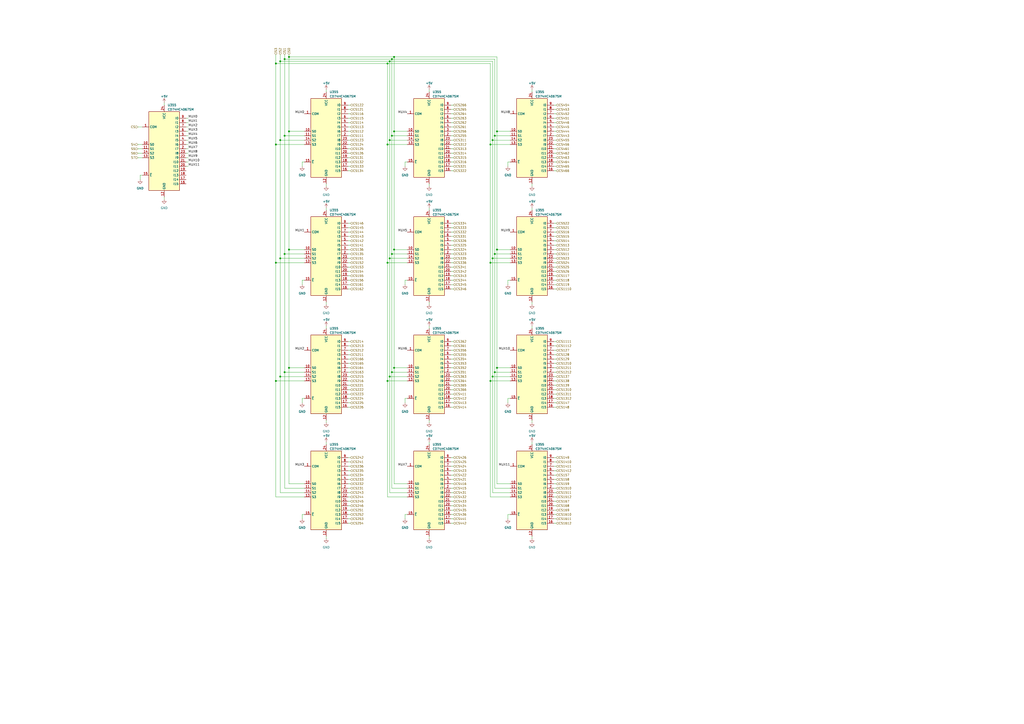
<source format=kicad_sch>
(kicad_sch (version 20221004) (generator eeschema)
  (paper "A2")
  (lib_symbols
    (symbol "74xx:CD74HC4067SM"
      (property "Reference" "U" (at -8.89 22.86 0))
      (property "Value" "CD74HC4067SM" (at 1.27 22.86 0))
      (symbol "CD74HC4067SM_0_1"
        (rectangle (start -8.89 21.59) (end 8.89 -24.13) (stroke (width 0.254)) (fill (type background)))
      )
      (symbol "CD74HC4067SM_1_1"
        (pin passive line (at -12.7 12.7 0) (length 3.81) (name "COM") (number "1"))
        (pin input line (at -12.7 2.54 0) (length 3.81) (name "S0") (number "10"))
        (pin input line (at -12.7 0 0) (length 3.81) (name "S1") (number "11"))
        (pin power_in line (at 0 -27.94 90) (length 3.81) (name "GND") (number "12"))
        (pin input line (at -12.7 -5.08 0) (length 3.81) (name "S3") (number "13"))
        (pin input line (at -12.7 -2.54 0) (length 3.81) (name "S2") (number "14"))
        (pin input line (at -12.7 -15.24 0) (length 3.81) (name "~{E}") (number "15"))
        (pin passive line (at 12.7 -20.32 180) (length 3.81) (name "I15") (number "16"))
        (pin passive line (at 12.7 -17.78 180) (length 3.81) (name "I14") (number "17"))
        (pin passive line (at 12.7 -15.24 180) (length 3.81) (name "I13") (number "18"))
        (pin passive line (at 12.7 -12.7 180) (length 3.81) (name "I12") (number "19"))
        (pin passive line (at 12.7 0 180) (length 3.81) (name "I7") (number "2"))
        (pin passive line (at 12.7 -10.16 180) (length 3.81) (name "I11") (number "20"))
        (pin passive line (at 12.7 -7.62 180) (length 3.81) (name "I10") (number "21"))
        (pin passive line (at 12.7 -5.08 180) (length 3.81) (name "I9") (number "22"))
        (pin passive line (at 12.7 -2.54 180) (length 3.81) (name "I8") (number "23"))
        (pin power_in line (at 0 25.4 270) (length 3.81) (name "VCC") (number "24"))
        (pin passive line (at 12.7 2.54 180) (length 3.81) (name "I6") (number "3"))
        (pin passive line (at 12.7 5.08 180) (length 3.81) (name "I5") (number "4"))
        (pin passive line (at 12.7 7.62 180) (length 3.81) (name "I4") (number "5"))
        (pin passive line (at 12.7 10.16 180) (length 3.81) (name "I3") (number "6"))
        (pin passive line (at 12.7 12.7 180) (length 3.81) (name "I2") (number "7"))
        (pin passive line (at 12.7 15.24 180) (length 3.81) (name "I1") (number "8"))
        (pin passive line (at 12.7 17.78 180) (length 3.81) (name "I0") (number "9"))
      )
    )
    (symbol "power:+5V" (power) (pin_names (offset 0))
      (property "Value" "+5V" (at 0 3.556 0))
      (symbol "+5V_0_1"
        (polyline (pts (xy -0.762 1.27) (xy 0 2.54)))
        (polyline (pts (xy 0 0) (xy 0 2.54)))
        (polyline (pts (xy 0 2.54) (xy 0.762 1.27)))
      )
      (symbol "+5V_1_1"
        (pin power_in line (at 0 0 90) (length 0) hide (name "+5V") (number "1"))
      )
    )
    (symbol "power:GND" (power) (pin_names (offset 0))
      (property "Value" "GND" (at 0 -3.81 0))
      (symbol "GND_0_1"
        (polyline (pts (xy 0 0) (xy 0 -1.27) (xy 1.27 -1.27) (xy 0 -2.54) (xy -1.27 -1.27) (xy 0 -1.27)))
      )
      (symbol "GND_1_1"
        (pin power_in line (at 0 0 270) (length 0) hide (name "GND") (number "1"))
      )
    )
  )
  (junction (at 224.79 220.98))
  (junction (at 226.06 218.44))
  (junction (at 284.48 152.4))
  (junction (at 228.6 144.78))
  (junction (at 226.06 149.86))
  (junction (at 165.1 34.29))
  (junction (at 287.02 78.74))
  (junction (at 226.06 81.28))
  (junction (at 226.06 35.56))
  (junction (at 167.64 213.36))
  (junction (at 160.02 83.82))
  (junction (at 287.02 215.9))
  (junction (at 165.1 147.32))
  (junction (at 165.1 78.74))
  (junction (at 162.56 149.86))
  (junction (at 227.33 78.74))
  (junction (at 227.33 34.29))
  (junction (at 228.6 213.36))
  (junction (at 227.33 147.32))
  (junction (at 288.29 213.36))
  (junction (at 160.02 220.98))
  (junction (at 160.02 152.4))
  (junction (at 284.48 83.82))
  (junction (at 167.64 76.2))
  (junction (at 228.6 33.02))
  (junction (at 224.79 36.83))
  (junction (at 227.33 215.9))
  (junction (at 285.75 149.86))
  (junction (at 165.1 215.9))
  (junction (at 162.56 35.56))
  (junction (at 224.79 152.4))
  (junction (at 284.48 220.98))
  (junction (at 160.02 36.83))
  (junction (at 162.56 81.28))
  (junction (at 288.29 144.78))
  (junction (at 285.75 81.28))
  (junction (at 285.75 218.44))
  (junction (at 224.79 83.82))
  (junction (at 167.64 144.78))
  (junction (at 228.6 76.2))
  (junction (at 162.56 218.44))
  (junction (at 288.29 76.2))
  (junction (at 167.64 33.02))
  (junction (at 287.02 147.32))
  (wire (pts (xy 262.89 267.97) (xy 261.62 267.97)))
  (wire (pts (xy 203.2 76.2) (xy 201.93 76.2)))
  (wire (pts (xy 308.61 52.07) (xy 308.61 53.34)))
  (wire (pts (xy 227.33 215.9) (xy 236.22 215.9)))
  (wire (pts (xy 226.06 35.56) (xy 226.06 81.28)))
  (wire (pts (xy 189.23 175.26) (xy 189.23 176.53)))
  (wire (pts (xy 288.29 76.2) (xy 295.91 76.2)))
  (wire (pts (xy 95.25 114.3) (xy 95.25 115.57)))
  (wire (pts (xy 203.2 63.5) (xy 201.93 63.5)))
  (wire (pts (xy 262.89 137.16) (xy 261.62 137.16)))
  (wire (pts (xy 203.2 60.96) (xy 201.93 60.96)))
  (wire (pts (xy 203.2 137.16) (xy 201.93 137.16)))
  (wire (pts (xy 262.89 134.62) (xy 261.62 134.62)))
  (wire (pts (xy 284.48 83.82) (xy 295.91 83.82)))
  (wire (pts (xy 160.02 152.4) (xy 160.02 220.98)))
  (wire (pts (xy 203.2 132.08) (xy 201.93 132.08)))
  (wire (pts (xy 248.92 243.84) (xy 248.92 245.11)))
  (wire (pts (xy 203.2 96.52) (xy 201.93 96.52)))
  (wire (pts (xy 288.29 33.02) (xy 288.29 76.2)))
  (wire (pts (xy 248.92 311.15) (xy 248.92 312.42)))
  (wire (pts (xy 203.2 293.37) (xy 201.93 293.37)))
  (wire (pts (xy 203.2 200.66) (xy 201.93 200.66)))
  (wire (pts (xy 262.89 233.68) (xy 261.62 233.68)))
  (wire (pts (xy 109.22 71.12) (xy 107.95 71.12)))
  (wire (pts (xy 226.06 285.75) (xy 236.22 285.75)))
  (wire (pts (xy 175.26 162.56) (xy 175.26 165.1)))
  (wire (pts (xy 262.89 167.64) (xy 261.62 167.64)))
  (wire (pts (xy 322.58 137.16) (xy 321.31 137.16)))
  (wire (pts (xy 203.2 290.83) (xy 201.93 290.83)))
  (wire (pts (xy 203.2 73.66) (xy 201.93 73.66)))
  (wire (pts (xy 322.58 63.5) (xy 321.31 63.5)))
  (wire (pts (xy 295.91 162.56) (xy 294.64 162.56)))
  (wire (pts (xy 321.31 275.59) (xy 322.58 275.59)))
  (wire (pts (xy 234.95 231.14) (xy 234.95 233.68)))
  (wire (pts (xy 189.23 106.68) (xy 189.23 107.95)))
  (wire (pts (xy 294.64 231.14) (xy 294.64 233.68)))
  (wire (pts (xy 322.58 231.14) (xy 321.31 231.14)))
  (wire (pts (xy 262.89 162.56) (xy 261.62 162.56)))
  (wire (pts (xy 248.92 52.07) (xy 248.92 53.34)))
  (wire (pts (xy 228.6 76.2) (xy 228.6 144.78)))
  (wire (pts (xy 227.33 34.29) (xy 227.33 78.74)))
  (wire (pts (xy 308.61 243.84) (xy 308.61 245.11)))
  (wire (pts (xy 262.89 160.02) (xy 261.62 160.02)))
  (wire (pts (xy 287.02 147.32) (xy 295.91 147.32)))
  (wire (pts (xy 203.2 283.21) (xy 201.93 283.21)))
  (wire (pts (xy 262.89 300.99) (xy 261.62 300.99)))
  (wire (pts (xy 322.58 149.86) (xy 321.31 149.86)))
  (wire (pts (xy 262.89 165.1) (xy 261.62 165.1)))
  (wire (pts (xy 284.48 220.98) (xy 284.48 288.29)))
  (wire (pts (xy 262.89 200.66) (xy 261.62 200.66)))
  (wire (pts (xy 322.58 73.66) (xy 321.31 73.66)))
  (wire (pts (xy 80.01 83.82) (xy 82.55 83.82)))
  (wire (pts (xy 322.58 152.4) (xy 321.31 152.4)))
  (wire (pts (xy 189.23 256.54) (xy 189.23 257.81)))
  (wire (pts (xy 308.61 120.65) (xy 308.61 121.92)))
  (wire (pts (xy 165.1 34.29) (xy 165.1 78.74)))
  (wire (pts (xy 262.89 303.53) (xy 261.62 303.53)))
  (wire (pts (xy 203.2 236.22) (xy 201.93 236.22)))
  (wire (pts (xy 203.2 228.6) (xy 201.93 228.6)))
  (wire (pts (xy 284.48 152.4) (xy 295.91 152.4)))
  (wire (pts (xy 262.89 278.13) (xy 261.62 278.13)))
  (wire (pts (xy 322.58 162.56) (xy 321.31 162.56)))
  (wire (pts (xy 162.56 81.28) (xy 162.56 149.86)))
  (wire (pts (xy 322.58 139.7) (xy 321.31 139.7)))
  (wire (pts (xy 203.2 218.44) (xy 201.93 218.44)))
  (wire (pts (xy 262.89 144.78) (xy 261.62 144.78)))
  (wire (pts (xy 109.22 96.52) (xy 107.95 96.52)))
  (wire (pts (xy 162.56 218.44) (xy 162.56 285.75)))
  (wire (pts (xy 322.58 132.08) (xy 321.31 132.08)))
  (wire (pts (xy 262.89 215.9) (xy 261.62 215.9)))
  (wire (pts (xy 322.58 99.06) (xy 321.31 99.06)))
  (wire (pts (xy 228.6 33.02) (xy 228.6 76.2)))
  (wire (pts (xy 262.89 149.86) (xy 261.62 149.86)))
  (wire (pts (xy 226.06 149.86) (xy 226.06 218.44)))
  (wire (pts (xy 322.58 270.51) (xy 321.31 270.51)))
  (wire (pts (xy 160.02 83.82) (xy 176.53 83.82)))
  (wire (pts (xy 203.2 157.48) (xy 201.93 157.48)))
  (wire (pts (xy 322.58 228.6) (xy 321.31 228.6)))
  (wire (pts (xy 321.31 293.37) (xy 322.58 293.37)))
  (wire (pts (xy 262.89 231.14) (xy 261.62 231.14)))
  (wire (pts (xy 226.06 81.28) (xy 226.06 149.86)))
  (wire (pts (xy 285.75 149.86) (xy 295.91 149.86)))
  (wire (pts (xy 203.2 162.56) (xy 201.93 162.56)))
  (wire (pts (xy 227.33 215.9) (xy 227.33 283.21)))
  (wire (pts (xy 224.79 152.4) (xy 224.79 220.98)))
  (wire (pts (xy 165.1 215.9) (xy 176.53 215.9)))
  (wire (pts (xy 285.75 218.44) (xy 295.91 218.44)))
  (wire (pts (xy 226.06 149.86) (xy 236.22 149.86)))
  (wire (pts (xy 248.92 256.54) (xy 248.92 257.81)))
  (wire (pts (xy 262.89 86.36) (xy 261.62 86.36)))
  (wire (pts (xy 81.28 101.6) (xy 81.28 104.14)))
  (wire (pts (xy 248.92 189.23) (xy 248.92 190.5)))
  (wire (pts (xy 167.64 213.36) (xy 176.53 213.36)))
  (wire (pts (xy 162.56 218.44) (xy 176.53 218.44)))
  (wire (pts (xy 322.58 129.54) (xy 321.31 129.54)))
  (wire (pts (xy 167.64 213.36) (xy 167.64 280.67)))
  (wire (pts (xy 322.58 233.68) (xy 321.31 233.68)))
  (wire (pts (xy 224.79 83.82) (xy 224.79 152.4)))
  (wire (pts (xy 203.2 86.36) (xy 201.93 86.36)))
  (wire (pts (xy 285.75 35.56) (xy 285.75 81.28)))
  (wire (pts (xy 160.02 83.82) (xy 160.02 152.4)))
  (wire (pts (xy 262.89 76.2) (xy 261.62 76.2)))
  (wire (pts (xy 203.2 213.36) (xy 201.93 213.36)))
  (wire (pts (xy 203.2 78.74) (xy 201.93 78.74)))
  (wire (pts (xy 284.48 288.29) (xy 295.91 288.29)))
  (wire (pts (xy 167.64 144.78) (xy 176.53 144.78)))
  (wire (pts (xy 285.75 81.28) (xy 285.75 149.86)))
  (wire (pts (xy 262.89 203.2) (xy 261.62 203.2)))
  (wire (pts (xy 262.89 88.9) (xy 261.62 88.9)))
  (wire (pts (xy 203.2 71.12) (xy 201.93 71.12)))
  (wire (pts (xy 262.89 71.12) (xy 261.62 71.12)))
  (wire (pts (xy 262.89 265.43) (xy 261.62 265.43)))
  (wire (pts (xy 203.2 134.62) (xy 201.93 134.62)))
  (wire (pts (xy 203.2 203.2) (xy 201.93 203.2)))
  (wire (pts (xy 284.48 83.82) (xy 284.48 152.4)))
  (wire (pts (xy 322.58 142.24) (xy 321.31 142.24)))
  (wire (pts (xy 228.6 76.2) (xy 236.22 76.2)))
  (wire (pts (xy 162.56 149.86) (xy 162.56 218.44)))
  (wire (pts (xy 262.89 129.54) (xy 261.62 129.54)))
  (wire (pts (xy 109.22 68.58) (xy 107.95 68.58)))
  (wire (pts (xy 288.29 144.78) (xy 288.29 213.36)))
  (wire (pts (xy 262.89 270.51) (xy 261.62 270.51)))
  (wire (pts (xy 262.89 288.29) (xy 261.62 288.29)))
  (wire (pts (xy 203.2 275.59) (xy 201.93 275.59)))
  (wire (pts (xy 234.95 162.56) (xy 234.95 165.1)))
  (wire (pts (xy 203.2 233.68) (xy 201.93 233.68)))
  (wire (pts (xy 203.2 278.13) (xy 201.93 278.13)))
  (wire (pts (xy 109.22 86.36) (xy 107.95 86.36)))
  (wire (pts (xy 236.22 162.56) (xy 234.95 162.56)))
  (wire (pts (xy 288.29 213.36) (xy 295.91 213.36)))
  (wire (pts (xy 262.89 283.21) (xy 261.62 283.21)))
  (wire (pts (xy 262.89 210.82) (xy 261.62 210.82)))
  (wire (pts (xy 176.53 162.56) (xy 175.26 162.56)))
  (wire (pts (xy 228.6 144.78) (xy 228.6 213.36)))
  (wire (pts (xy 248.92 120.65) (xy 248.92 121.92)))
  (wire (pts (xy 109.22 73.66) (xy 107.95 73.66)))
  (wire (pts (xy 322.58 86.36) (xy 321.31 86.36)))
  (wire (pts (xy 321.31 298.45) (xy 322.58 298.45)))
  (wire (pts (xy 109.22 76.2) (xy 107.95 76.2)))
  (wire (pts (xy 262.89 68.58) (xy 261.62 68.58)))
  (wire (pts (xy 203.2 220.98) (xy 201.93 220.98)))
  (wire (pts (xy 203.2 303.53) (xy 201.93 303.53)))
  (wire (pts (xy 322.58 83.82) (xy 321.31 83.82)))
  (wire (pts (xy 295.91 298.45) (xy 294.64 298.45)))
  (wire (pts (xy 321.31 303.53) (xy 322.58 303.53)))
  (wire (pts (xy 203.2 160.02) (xy 201.93 160.02)))
  (wire (pts (xy 167.64 33.02) (xy 167.64 76.2)))
  (wire (pts (xy 262.89 152.4) (xy 261.62 152.4)))
  (wire (pts (xy 224.79 152.4) (xy 236.22 152.4)))
  (wire (pts (xy 203.2 68.58) (xy 201.93 68.58)))
  (wire (pts (xy 203.2 88.9) (xy 201.93 88.9)))
  (wire (pts (xy 227.33 283.21) (xy 236.22 283.21)))
  (wire (pts (xy 322.58 81.28) (xy 321.31 81.28)))
  (wire (pts (xy 160.02 36.83) (xy 160.02 83.82)))
  (wire (pts (xy 262.89 132.08) (xy 261.62 132.08)))
  (wire (pts (xy 80.01 73.66) (xy 82.55 73.66)))
  (wire (pts (xy 262.89 66.04) (xy 261.62 66.04)))
  (wire (pts (xy 262.89 139.7) (xy 261.62 139.7)))
  (wire (pts (xy 322.58 267.97) (xy 321.31 267.97)))
  (wire (pts (xy 162.56 35.56) (xy 162.56 81.28)))
  (wire (pts (xy 322.58 273.05) (xy 321.31 273.05)))
  (wire (pts (xy 294.64 162.56) (xy 294.64 165.1)))
  (wire (pts (xy 109.22 81.28) (xy 107.95 81.28)))
  (wire (pts (xy 224.79 36.83) (xy 224.79 83.82)))
  (wire (pts (xy 284.48 220.98) (xy 295.91 220.98)))
  (wire (pts (xy 322.58 218.44) (xy 321.31 218.44)))
  (wire (pts (xy 203.2 223.52) (xy 201.93 223.52)))
  (wire (pts (xy 322.58 60.96) (xy 321.31 60.96)))
  (wire (pts (xy 262.89 78.74) (xy 261.62 78.74)))
  (wire (pts (xy 262.89 93.98) (xy 261.62 93.98)))
  (wire (pts (xy 321.31 285.75) (xy 322.58 285.75)))
  (wire (pts (xy 262.89 223.52) (xy 261.62 223.52)))
  (wire (pts (xy 294.64 93.98) (xy 294.64 96.52)))
  (wire (pts (xy 203.2 139.7) (xy 201.93 139.7)))
  (wire (pts (xy 203.2 142.24) (xy 201.93 142.24)))
  (wire (pts (xy 262.89 205.74) (xy 261.62 205.74)))
  (wire (pts (xy 227.33 34.29) (xy 287.02 34.29)))
  (wire (pts (xy 262.89 91.44) (xy 261.62 91.44)))
  (wire (pts (xy 162.56 81.28) (xy 176.53 81.28)))
  (wire (pts (xy 262.89 83.82) (xy 261.62 83.82)))
  (wire (pts (xy 165.1 147.32) (xy 165.1 215.9)))
  (wire (pts (xy 322.58 160.02) (xy 321.31 160.02)))
  (wire (pts (xy 322.58 223.52) (xy 321.31 223.52)))
  (wire (pts (xy 165.1 215.9) (xy 165.1 283.21)))
  (wire (pts (xy 322.58 208.28) (xy 321.31 208.28)))
  (wire (pts (xy 228.6 213.36) (xy 236.22 213.36)))
  (wire (pts (xy 322.58 154.94) (xy 321.31 154.94)))
  (wire (pts (xy 262.89 81.28) (xy 261.62 81.28)))
  (wire (pts (xy 203.2 210.82) (xy 201.93 210.82)))
  (wire (pts (xy 322.58 198.12) (xy 321.31 198.12)))
  (wire (pts (xy 262.89 73.66) (xy 261.62 73.66)))
  (wire (pts (xy 203.2 198.12) (xy 201.93 198.12)))
  (wire (pts (xy 308.61 256.54) (xy 308.61 257.81)))
  (wire (pts (xy 322.58 200.66) (xy 321.31 200.66)))
  (wire (pts (xy 262.89 60.96) (xy 261.62 60.96)))
  (wire (pts (xy 203.2 273.05) (xy 201.93 273.05)))
  (wire (pts (xy 295.91 231.14) (xy 294.64 231.14)))
  (wire (pts (xy 80.01 86.36) (xy 82.55 86.36)))
  (wire (pts (xy 203.2 144.78) (xy 201.93 144.78)))
  (wire (pts (xy 227.33 147.32) (xy 236.22 147.32)))
  (wire (pts (xy 226.06 218.44) (xy 236.22 218.44)))
  (wire (pts (xy 203.2 167.64) (xy 201.93 167.64)))
  (wire (pts (xy 262.89 63.5) (xy 261.62 63.5)))
  (wire (pts (xy 165.1 31.75) (xy 165.1 34.29)))
  (wire (pts (xy 203.2 99.06) (xy 201.93 99.06)))
  (wire (pts (xy 321.31 283.21) (xy 322.58 283.21)))
  (wire (pts (xy 248.92 106.68) (xy 248.92 107.95)))
  (wire (pts (xy 262.89 295.91) (xy 261.62 295.91)))
  (wire (pts (xy 167.64 31.75) (xy 167.64 33.02)))
  (wire (pts (xy 167.64 76.2) (xy 176.53 76.2)))
  (wire (pts (xy 203.2 91.44) (xy 201.93 91.44)))
  (wire (pts (xy 322.58 265.43) (xy 321.31 265.43)))
  (wire (pts (xy 288.29 144.78) (xy 295.91 144.78)))
  (wire (pts (xy 322.58 210.82) (xy 321.31 210.82)))
  (wire (pts (xy 167.64 280.67) (xy 176.53 280.67)))
  (wire (pts (xy 262.89 208.28) (xy 261.62 208.28)))
  (wire (pts (xy 203.2 149.86) (xy 201.93 149.86)))
  (wire (pts (xy 248.92 175.26) (xy 248.92 176.53)))
  (wire (pts (xy 203.2 66.04) (xy 201.93 66.04)))
  (wire (pts (xy 308.61 175.26) (xy 308.61 176.53)))
  (wire (pts (xy 287.02 78.74) (xy 287.02 147.32)))
  (wire (pts (xy 203.2 231.14) (xy 201.93 231.14)))
  (wire (pts (xy 203.2 93.98) (xy 201.93 93.98)))
  (wire (pts (xy 262.89 293.37) (xy 261.62 293.37)))
  (wire (pts (xy 262.89 99.06) (xy 261.62 99.06)))
  (wire (pts (xy 262.89 226.06) (xy 261.62 226.06)))
  (wire (pts (xy 165.1 78.74) (xy 165.1 147.32)))
  (wire (pts (xy 95.25 59.69) (xy 95.25 60.96)))
  (wire (pts (xy 321.31 290.83) (xy 322.58 290.83)))
  (wire (pts (xy 203.2 298.45) (xy 201.93 298.45)))
  (wire (pts (xy 203.2 215.9) (xy 201.93 215.9)))
  (wire (pts (xy 227.33 78.74) (xy 236.22 78.74)))
  (wire (pts (xy 228.6 280.67) (xy 236.22 280.67)))
  (wire (pts (xy 162.56 35.56) (xy 226.06 35.56)))
  (wire (pts (xy 262.89 96.52) (xy 261.62 96.52)))
  (wire (pts (xy 262.89 285.75) (xy 261.62 285.75)))
  (wire (pts (xy 203.2 154.94) (xy 201.93 154.94)))
  (wire (pts (xy 160.02 36.83) (xy 224.79 36.83)))
  (wire (pts (xy 189.23 189.23) (xy 189.23 190.5)))
  (wire (pts (xy 228.6 213.36) (xy 228.6 280.67)))
  (wire (pts (xy 236.22 93.98) (xy 234.95 93.98)))
  (wire (pts (xy 285.75 285.75) (xy 295.91 285.75)))
  (wire (pts (xy 285.75 218.44) (xy 285.75 285.75)))
  (wire (pts (xy 322.58 68.58) (xy 321.31 68.58)))
  (wire (pts (xy 322.58 157.48) (xy 321.31 157.48)))
  (wire (pts (xy 308.61 189.23) (xy 308.61 190.5)))
  (wire (pts (xy 189.23 311.15) (xy 189.23 312.42)))
  (wire (pts (xy 295.91 93.98) (xy 294.64 93.98)))
  (wire (pts (xy 322.58 78.74) (xy 321.31 78.74)))
  (wire (pts (xy 224.79 220.98) (xy 236.22 220.98)))
  (wire (pts (xy 203.2 129.54) (xy 201.93 129.54)))
  (wire (pts (xy 165.1 34.29) (xy 227.33 34.29)))
  (wire (pts (xy 176.53 298.45) (xy 175.26 298.45)))
  (wire (pts (xy 287.02 147.32) (xy 287.02 215.9)))
  (wire (pts (xy 262.89 154.94) (xy 261.62 154.94)))
  (wire (pts (xy 287.02 283.21) (xy 295.91 283.21)))
  (wire (pts (xy 162.56 149.86) (xy 176.53 149.86)))
  (wire (pts (xy 322.58 76.2) (xy 321.31 76.2)))
  (wire (pts (xy 294.64 298.45) (xy 294.64 300.99)))
  (wire (pts (xy 322.58 236.22) (xy 321.31 236.22)))
  (wire (pts (xy 228.6 144.78) (xy 236.22 144.78)))
  (wire (pts (xy 288.29 213.36) (xy 288.29 280.67)))
  (wire (pts (xy 176.53 93.98) (xy 175.26 93.98)))
  (wire (pts (xy 322.58 167.64) (xy 321.31 167.64)))
  (wire (pts (xy 322.58 71.12) (xy 321.31 71.12)))
  (wire (pts (xy 321.31 288.29) (xy 322.58 288.29)))
  (wire (pts (xy 203.2 205.74) (xy 201.93 205.74)))
  (wire (pts (xy 203.2 81.28) (xy 201.93 81.28)))
  (wire (pts (xy 287.02 215.9) (xy 295.91 215.9)))
  (wire (pts (xy 80.01 91.44) (xy 82.55 91.44)))
  (wire (pts (xy 226.06 35.56) (xy 285.75 35.56)))
  (wire (pts (xy 226.06 218.44) (xy 226.06 285.75)))
  (wire (pts (xy 165.1 147.32) (xy 176.53 147.32)))
  (wire (pts (xy 80.01 88.9) (xy 82.55 88.9)))
  (wire (pts (xy 203.2 267.97) (xy 201.93 267.97)))
  (wire (pts (xy 203.2 152.4) (xy 201.93 152.4)))
  (wire (pts (xy 224.79 288.29) (xy 236.22 288.29)))
  (wire (pts (xy 224.79 36.83) (xy 284.48 36.83)))
  (wire (pts (xy 167.64 144.78) (xy 167.64 213.36)))
  (wire (pts (xy 262.89 290.83) (xy 261.62 290.83)))
  (wire (pts (xy 203.2 295.91) (xy 201.93 295.91)))
  (wire (pts (xy 285.75 81.28) (xy 295.91 81.28)))
  (wire (pts (xy 262.89 298.45) (xy 261.62 298.45)))
  (wire (pts (xy 262.89 228.6) (xy 261.62 228.6)))
  (wire (pts (xy 322.58 213.36) (xy 321.31 213.36)))
  (wire (pts (xy 175.26 298.45) (xy 175.26 300.99)))
  (wire (pts (xy 175.26 231.14) (xy 175.26 233.68)))
  (wire (pts (xy 287.02 78.74) (xy 295.91 78.74)))
  (wire (pts (xy 322.58 205.74) (xy 321.31 205.74)))
  (wire (pts (xy 167.64 76.2) (xy 167.64 144.78)))
  (wire (pts (xy 322.58 220.98) (xy 321.31 220.98)))
  (wire (pts (xy 322.58 215.9) (xy 321.31 215.9)))
  (wire (pts (xy 224.79 83.82) (xy 236.22 83.82)))
  (wire (pts (xy 322.58 96.52) (xy 321.31 96.52)))
  (wire (pts (xy 262.89 142.24) (xy 261.62 142.24)))
  (wire (pts (xy 160.02 220.98) (xy 176.53 220.98)))
  (wire (pts (xy 321.31 295.91) (xy 322.58 295.91)))
  (wire (pts (xy 262.89 275.59) (xy 261.62 275.59)))
  (wire (pts (xy 321.31 280.67) (xy 322.58 280.67)))
  (wire (pts (xy 109.22 88.9) (xy 107.95 88.9)))
  (wire (pts (xy 203.2 288.29) (xy 201.93 288.29)))
  (wire (pts (xy 308.61 106.68) (xy 308.61 107.95)))
  (wire (pts (xy 109.22 78.74) (xy 107.95 78.74)))
  (wire (pts (xy 322.58 93.98) (xy 321.31 93.98)))
  (wire (pts (xy 176.53 285.75) (xy 162.56 285.75)))
  (wire (pts (xy 160.02 220.98) (xy 160.02 288.29)))
  (wire (pts (xy 203.2 280.67) (xy 201.93 280.67)))
  (wire (pts (xy 203.2 208.28) (xy 201.93 208.28)))
  (wire (pts (xy 203.2 147.32) (xy 201.93 147.32)))
  (wire (pts (xy 262.89 218.44) (xy 261.62 218.44)))
  (wire (pts (xy 234.95 93.98) (xy 234.95 96.52)))
  (wire (pts (xy 189.23 52.07) (xy 189.23 53.34)))
  (wire (pts (xy 160.02 31.75) (xy 160.02 36.83)))
  (wire (pts (xy 287.02 34.29) (xy 287.02 78.74)))
  (wire (pts (xy 189.23 120.65) (xy 189.23 121.92)))
  (wire (pts (xy 160.02 152.4) (xy 176.53 152.4)))
  (wire (pts (xy 322.58 203.2) (xy 321.31 203.2)))
  (wire (pts (xy 262.89 280.67) (xy 261.62 280.67)))
  (wire (pts (xy 167.64 33.02) (xy 228.6 33.02)))
  (wire (pts (xy 321.31 300.99) (xy 322.58 300.99)))
  (wire (pts (xy 226.06 81.28) (xy 236.22 81.28)))
  (wire (pts (xy 288.29 76.2) (xy 288.29 144.78)))
  (wire (pts (xy 189.23 243.84) (xy 189.23 245.11)))
  (wire (pts (xy 322.58 88.9) (xy 321.31 88.9)))
  (wire (pts (xy 322.58 91.44) (xy 321.31 91.44)))
  (wire (pts (xy 227.33 78.74) (xy 227.33 147.32)))
  (wire (pts (xy 262.89 213.36) (xy 261.62 213.36)))
  (wire (pts (xy 203.2 270.51) (xy 201.93 270.51)))
  (wire (pts (xy 203.2 165.1) (xy 201.93 165.1)))
  (wire (pts (xy 262.89 273.05) (xy 261.62 273.05)))
  (wire (pts (xy 262.89 157.48) (xy 261.62 157.48)))
  (wire (pts (xy 262.89 220.98) (xy 261.62 220.98)))
  (wire (pts (xy 288.29 280.67) (xy 295.91 280.67)))
  (wire (pts (xy 82.55 101.6) (xy 81.28 101.6)))
  (wire (pts (xy 236.22 298.45) (xy 234.95 298.45)))
  (wire (pts (xy 262.89 198.12) (xy 261.62 198.12)))
  (wire (pts (xy 285.75 149.86) (xy 285.75 218.44)))
  (wire (pts (xy 203.2 300.99) (xy 201.93 300.99)))
  (wire (pts (xy 109.22 83.82) (xy 107.95 83.82)))
  (wire (pts (xy 284.48 152.4) (xy 284.48 220.98)))
  (wire (pts (xy 162.56 31.75) (xy 162.56 35.56)))
  (wire (pts (xy 308.61 311.15) (xy 308.61 312.42)))
  (wire (pts (xy 322.58 226.06) (xy 321.31 226.06)))
  (wire (pts (xy 228.6 33.02) (xy 288.29 33.02)))
  (wire (pts (xy 176.53 283.21) (xy 165.1 283.21)))
  (wire (pts (xy 203.2 265.43) (xy 201.93 265.43)))
  (wire (pts (xy 262.89 147.32) (xy 261.62 147.32)))
  (wire (pts (xy 224.79 220.98) (xy 224.79 288.29)))
  (wire (pts (xy 176.53 231.14) (xy 175.26 231.14)))
  (wire (pts (xy 322.58 147.32) (xy 321.31 147.32)))
  (wire (pts (xy 284.48 36.83) (xy 284.48 83.82)))
  (wire (pts (xy 322.58 144.78) (xy 321.31 144.78)))
  (wire (pts (xy 165.1 78.74) (xy 176.53 78.74)))
  (wire (pts (xy 322.58 165.1) (xy 321.31 165.1)))
  (wire (pts (xy 262.89 236.22) (xy 261.62 236.22)))
  (wire (pts (xy 109.22 91.44) (xy 107.95 91.44)))
  (wire (pts (xy 203.2 226.06) (xy 201.93 226.06)))
  (wire (pts (xy 227.33 147.32) (xy 227.33 215.9)))
  (wire (pts (xy 203.2 285.75) (xy 201.93 285.75)))
  (wire (pts (xy 287.02 215.9) (xy 287.02 283.21)))
  (wire (pts (xy 322.58 66.04) (xy 321.31 66.04)))
  (wire (pts (xy 236.22 231.14) (xy 234.95 231.14)))
  (wire (pts (xy 175.26 93.98) (xy 175.26 96.52)))
  (wire (pts (xy 203.2 83.82) (xy 201.93 83.82)))
  (wire (pts (xy 322.58 134.62) (xy 321.31 134.62)))
  (wire (pts (xy 160.02 288.29) (xy 176.53 288.29)))
  (wire (pts (xy 109.22 93.98) (xy 107.95 93.98)))
  (wire (pts (xy 234.95 298.45) (xy 234.95 300.99)))
  (wire (pts (xy 321.31 278.13) (xy 322.58 278.13)))
  (label "MUX11" (at 295.91 270.51 180))
  (label "MUX11" (at 109.22 96.52 0))
  (label "MUX8" (at 109.22 88.9 0))
  (label "MUX7" (at 109.22 86.36 0))
  (label "MUX10" (at 109.22 93.98 0))
  (label "MUX1" (at 109.22 71.12 0))
  (label "MUX4" (at 109.22 78.74 0))
  (label "MUX1" (at 176.53 134.62 180))
  (label "MUX0" (at 176.53 66.04 180))
  (label "MUX6" (at 109.22 83.82 0))
  (label "MUX2" (at 109.22 73.66 0))
  (label "MUX3" (at 109.22 76.2 0))
  (label "MUX5" (at 236.22 134.62 180))
  (label "MUX8" (at 295.91 66.04 180))
  (label "MUX3" (at 176.53 270.51 180))
  (label "MUX10" (at 295.91 203.2 180))
  (label "MUX4" (at 236.22 66.04 180))
  (label "MUX9" (at 295.91 134.62 180))
  (label "MUX5" (at 109.22 81.28 0))
  (label "MUX0" (at 109.22 68.58 0))
  (label "MUX6" (at 236.22 203.2 180))
  (label "MUX2" (at 176.53 203.2 180))
  (label "MUX9" (at 109.22 91.44 0))
  (label "MUX7" (at 236.22 270.51 180))
  (hierarchical_label "CS1612" (shape input) (at 322.58 303.53 0))
  (hierarchical_label "CS113" (shape input) (at 203.2 73.66 0))
  (hierarchical_label "CS321" (shape input) (at 262.89 96.52 0))
  (hierarchical_label "CS139" (shape input) (at 322.58 223.52 0))
  (hierarchical_label "S3" (shape input) (at 160.02 31.75 90))
  (hierarchical_label "S1" (shape input) (at 165.1 31.75 90))
  (hierarchical_label "CS254" (shape input) (at 203.2 303.53 0))
  (hierarchical_label "CS112" (shape input) (at 203.2 76.2 0))
  (hierarchical_label "CS148" (shape input) (at 322.58 236.22 0))
  (hierarchical_label "CS436" (shape input) (at 262.89 298.45 0))
  (hierarchical_label "CS1310" (shape input) (at 322.58 226.06 0))
  (hierarchical_label "CS335" (shape input) (at 262.89 149.86 0))
  (hierarchical_label "CS364" (shape input) (at 262.89 220.98 0))
  (hierarchical_label "CS313" (shape input) (at 262.89 86.36 0))
  (hierarchical_label "CS133" (shape input) (at 203.2 96.52 0))
  (hierarchical_label "CS128" (shape input) (at 322.58 205.74 0))
  (hierarchical_label "CS232" (shape input) (at 203.2 280.67 0))
  (hierarchical_label "CS524" (shape input) (at 322.58 152.4 0))
  (hierarchical_label "CS422" (shape input) (at 262.89 275.59 0))
  (hierarchical_label "CS456" (shape input) (at 322.58 83.82 0))
  (hierarchical_label "CS155" (shape input) (at 203.2 160.02 0))
  (hierarchical_label "CS114" (shape input) (at 203.2 71.12 0))
  (hierarchical_label "CS464" (shape input) (at 322.58 93.98 0))
  (hierarchical_label "CS1110" (shape input) (at 322.58 167.64 0))
  (hierarchical_label "CS346" (shape input) (at 262.89 167.64 0))
  (hierarchical_label "CS115" (shape input) (at 203.2 68.58 0))
  (hierarchical_label "CS1512" (shape input) (at 322.58 288.29 0))
  (hierarchical_label "CS333" (shape input) (at 262.89 132.08 0))
  (hierarchical_label "CS415" (shape input) (at 262.89 283.21 0))
  (hierarchical_label "CS149" (shape input) (at 322.58 265.43 0))
  (hierarchical_label "CS142" (shape input) (at 203.2 139.7 0))
  (hierarchical_label "CS125" (shape input) (at 203.2 86.36 0))
  (hierarchical_label "CS127" (shape input) (at 322.58 203.2 0))
  (hierarchical_label "CS256" (shape input) (at 262.89 76.2 0))
  (hierarchical_label "CS131" (shape input) (at 203.2 91.44 0))
  (hierarchical_label "CS252" (shape input) (at 203.2 298.45 0))
  (hierarchical_label "CS523" (shape input) (at 322.58 149.86 0))
  (hierarchical_label "CS243" (shape input) (at 203.2 285.75 0))
  (hierarchical_label "CS234" (shape input) (at 203.2 275.59 0))
  (hierarchical_label "CS325" (shape input) (at 262.89 142.24 0))
  (hierarchical_label "CS432" (shape input) (at 262.89 288.29 0))
  (hierarchical_label "CS168" (shape input) (at 322.58 293.37 0))
  (hierarchical_label "CS416" (shape input) (at 262.89 280.67 0))
  (hierarchical_label "CS164" (shape input) (at 203.2 213.36 0))
  (hierarchical_label "CS241" (shape input) (at 203.2 267.97 0))
  (hierarchical_label "S4" (shape input) (at 80.01 83.82 180))
  (hierarchical_label "S6" (shape input) (at 80.01 88.9 180))
  (hierarchical_label "CS124" (shape input) (at 203.2 83.82 0))
  (hierarchical_label "CS323" (shape input) (at 262.89 147.32 0))
  (hierarchical_label "CS351" (shape input) (at 262.89 215.9 0))
  (hierarchical_label "CS366" (shape input) (at 262.89 226.06 0))
  (hierarchical_label "CS261" (shape input) (at 262.89 73.66 0))
  (hierarchical_label "CS434" (shape input) (at 262.89 293.37 0))
  (hierarchical_label "CS212" (shape input) (at 203.2 203.2 0))
  (hierarchical_label "S2" (shape input) (at 162.56 31.75 90))
  (hierarchical_label "CS215" (shape input) (at 203.2 218.44 0))
  (hierarchical_label "CS424" (shape input) (at 262.89 270.51 0))
  (hierarchical_label "CS129" (shape input) (at 322.58 208.28 0))
  (hierarchical_label "CS431" (shape input) (at 262.89 285.75 0))
  (hierarchical_label "CS356" (shape input) (at 262.89 203.2 0))
  (hierarchical_label "CS231" (shape input) (at 203.2 283.21 0))
  (hierarchical_label "CS1412" (shape input) (at 322.58 273.05 0))
  (hierarchical_label "CS116" (shape input) (at 203.2 66.04 0))
  (hierarchical_label "CS452" (shape input) (at 322.58 66.04 0))
  (hierarchical_label "CS1311" (shape input) (at 322.58 228.6 0))
  (hierarchical_label "CS423" (shape input) (at 262.89 273.05 0))
  (hierarchical_label "CS144" (shape input) (at 203.2 134.62 0))
  (hierarchical_label "CS233" (shape input) (at 203.2 278.13 0))
  (hierarchical_label "CS516" (shape input) (at 322.58 134.62 0))
  (hierarchical_label "CS345" (shape input) (at 262.89 165.1 0))
  (hierarchical_label "CS514" (shape input) (at 322.58 139.7 0))
  (hierarchical_label "CS117" (shape input) (at 322.58 160.02 0))
  (hierarchical_label "CS455" (shape input) (at 322.58 81.28 0))
  (hierarchical_label "CS159" (shape input) (at 322.58 280.67 0))
  (hierarchical_label "CS513" (shape input) (at 322.58 142.24 0))
  (hierarchical_label "CS161" (shape input) (at 203.2 165.1 0))
  (hierarchical_label "CS465" (shape input) (at 322.58 96.52 0))
  (hierarchical_label "CS334" (shape input) (at 262.89 129.54 0))
  (hierarchical_label "CS136" (shape input) (at 203.2 144.78 0))
  (hierarchical_label "CS255" (shape input) (at 262.89 78.74 0))
  (hierarchical_label "CS137" (shape input) (at 322.58 218.44 0))
  (hierarchical_label "CS344" (shape input) (at 262.89 162.56 0))
  (hierarchical_label "CS445" (shape input) (at 322.58 73.66 0))
  (hierarchical_label "CS463" (shape input) (at 322.58 91.44 0))
  (hierarchical_label "CS143" (shape input) (at 203.2 137.16 0))
  (hierarchical_label "CS332" (shape input) (at 262.89 134.62 0))
  (hierarchical_label "CS111" (shape input) (at 203.2 78.74 0))
  (hierarchical_label "CS411" (shape input) (at 262.89 228.6 0))
  (hierarchical_label "CS132" (shape input) (at 203.2 93.98 0))
  (hierarchical_label "CS352" (shape input) (at 262.89 213.36 0))
  (hierarchical_label "CS262" (shape input) (at 262.89 71.12 0))
  (hierarchical_label "CS138" (shape input) (at 322.58 220.98 0))
  (hierarchical_label "CS363" (shape input) (at 262.89 218.44 0))
  (hierarchical_label "CS331" (shape input) (at 262.89 137.16 0))
  (hierarchical_label "CS214" (shape input) (at 203.2 198.12 0))
  (hierarchical_label "CS253" (shape input) (at 203.2 300.99 0))
  (hierarchical_label "CS322" (shape input) (at 262.89 99.06 0))
  (hierarchical_label "CS324" (shape input) (at 262.89 144.78 0))
  (hierarchical_label "CS244" (shape input) (at 203.2 288.29 0))
  (hierarchical_label "CS462" (shape input) (at 322.58 88.9 0))
  (hierarchical_label "CS315" (shape input) (at 262.89 91.44 0))
  (hierarchical_label "CS145" (shape input) (at 203.2 132.08 0))
  (hierarchical_label "CS341" (shape input) (at 262.89 154.94 0))
  (hierarchical_label "CS311" (shape input) (at 262.89 81.28 0))
  (hierarchical_label "CS263" (shape input) (at 262.89 68.58 0))
  (hierarchical_label "CS443" (shape input) (at 322.58 78.74 0))
  (hierarchical_label "CS1610" (shape input) (at 322.58 298.45 0))
  (hierarchical_label "CS413" (shape input) (at 262.89 233.68 0))
  (hierarchical_label "CS435" (shape input) (at 262.89 295.91 0))
  (hierarchical_label "CS156" (shape input) (at 203.2 162.56 0))
  (hierarchical_label "CS1111" (shape input) (at 322.58 198.12 0))
  (hierarchical_label "CS342" (shape input) (at 262.89 157.48 0))
  (hierarchical_label "CS1511" (shape input) (at 322.58 285.75 0))
  (hierarchical_label "CS442" (shape input) (at 262.89 303.53 0))
  (hierarchical_label "CS526" (shape input) (at 322.58 157.48 0))
  (hierarchical_label "CS226" (shape input) (at 203.2 236.22 0))
  (hierarchical_label "CS158" (shape input) (at 322.58 278.13 0))
  (hierarchical_label "CS147" (shape input) (at 322.58 233.68 0))
  (hierarchical_label "CS1112" (shape input) (at 322.58 200.66 0))
  (hierarchical_label "CS121" (shape input) (at 203.2 63.5 0))
  (hierarchical_label "CS119" (shape input) (at 322.58 165.1 0))
  (hierarchical_label "CS461" (shape input) (at 322.58 86.36 0))
  (hierarchical_label "CS316" (shape input) (at 262.89 93.98 0))
  (hierarchical_label "CS135" (shape input) (at 203.2 147.32 0))
  (hierarchical_label "CS441" (shape input) (at 262.89 300.99 0))
  (hierarchical_label "CS222" (shape input) (at 203.2 226.06 0))
  (hierarchical_label "CS251" (shape input) (at 203.2 295.91 0))
  (hierarchical_label "CS414" (shape input) (at 262.89 236.22 0))
  (hierarchical_label "CS353" (shape input) (at 262.89 210.82 0))
  (hierarchical_label "S0" (shape input) (at 167.64 31.75 90))
  (hierarchical_label "CS224" (shape input) (at 203.2 231.14 0))
  (hierarchical_label "CS264" (shape input) (at 262.89 66.04 0))
  (hierarchical_label "CS454" (shape input) (at 322.58 60.96 0))
  (hierarchical_label "CS225" (shape input) (at 203.2 233.68 0))
  (hierarchical_label "CS515" (shape input) (at 322.58 137.16 0))
  (hierarchical_label "CS355" (shape input) (at 262.89 205.74 0))
  (hierarchical_label "CS154" (shape input) (at 203.2 157.48 0))
  (hierarchical_label "CS312" (shape input) (at 262.89 83.82 0))
  (hierarchical_label "CS362" (shape input) (at 262.89 198.12 0))
  (hierarchical_label "CS165" (shape input) (at 203.2 210.82 0))
  (hierarchical_label "CS213" (shape input) (at 203.2 200.66 0))
  (hierarchical_label "CS365" (shape input) (at 262.89 223.52 0))
  (hierarchical_label "CS151" (shape input) (at 203.2 149.86 0))
  (hierarchical_label "CS146" (shape input) (at 203.2 129.54 0))
  (hierarchical_label "CS" (shape input) (at 80.01 73.66 180))
  (hierarchical_label "CS245" (shape input) (at 203.2 290.83 0))
  (hierarchical_label "CS221" (shape input) (at 203.2 223.52 0))
  (hierarchical_label "CS433" (shape input) (at 262.89 290.83 0))
  (hierarchical_label "CS162" (shape input) (at 203.2 167.64 0))
  (hierarchical_label "CS354" (shape input) (at 262.89 208.28 0))
  (hierarchical_label "CS1211" (shape input) (at 322.58 213.36 0))
  (hierarchical_label "CS521" (shape input) (at 322.58 132.08 0))
  (hierarchical_label "CS426" (shape input) (at 262.89 265.43 0))
  (hierarchical_label "CS1312" (shape input) (at 322.58 231.14 0))
  (hierarchical_label "CS314" (shape input) (at 262.89 88.9 0))
  (hierarchical_label "CS1611" (shape input) (at 322.58 300.99 0))
  (hierarchical_label "CS265" (shape input) (at 262.89 63.5 0))
  (hierarchical_label "CS425" (shape input) (at 262.89 267.97 0))
  (hierarchical_label "CS153" (shape input) (at 203.2 154.94 0))
  (hierarchical_label "CS216" (shape input) (at 203.2 220.98 0))
  (hierarchical_label "CS343" (shape input) (at 262.89 160.02 0))
  (hierarchical_label "CS336" (shape input) (at 262.89 152.4 0))
  (hierarchical_label "CS522" (shape input) (at 322.58 129.54 0))
  (hierarchical_label "CS1410" (shape input) (at 322.58 267.97 0))
  (hierarchical_label "CS266" (shape input) (at 262.89 60.96 0))
  (hierarchical_label "CS122" (shape input) (at 203.2 60.96 0))
  (hierarchical_label "CS152" (shape input) (at 203.2 152.4 0))
  (hierarchical_label "CS466" (shape input) (at 322.58 99.06 0))
  (hierarchical_label "CS511" (shape input) (at 322.58 147.32 0))
  (hierarchical_label "S7" (shape input) (at 80.01 91.44 180))
  (hierarchical_label "CS512" (shape input) (at 322.58 144.78 0))
  (hierarchical_label "CS134" (shape input) (at 203.2 99.06 0))
  (hierarchical_label "CS223" (shape input) (at 203.2 228.6 0))
  (hierarchical_label "CS169" (shape input) (at 322.58 295.91 0))
  (hierarchical_label "CS126" (shape input) (at 203.2 88.9 0))
  (hierarchical_label "CS211" (shape input) (at 203.2 205.74 0))
  (hierarchical_label "CS166" (shape input) (at 203.2 208.28 0))
  (hierarchical_label "CS412" (shape input) (at 262.89 231.14 0))
  (hierarchical_label "CS167" (shape input) (at 322.58 290.83 0))
  (hierarchical_label "S5" (shape input) (at 80.01 86.36 180))
  (hierarchical_label "CS361" (shape input) (at 262.89 200.66 0))
  (hierarchical_label "CS163" (shape input) (at 203.2 215.9 0))
  (hierarchical_label "CS1210" (shape input) (at 322.58 210.82 0))
  (hierarchical_label "CS123" (shape input) (at 203.2 81.28 0))
  (hierarchical_label "CS235" (shape input) (at 203.2 273.05 0))
  (hierarchical_label "CS141" (shape input) (at 203.2 142.24 0))
  (hierarchical_label "CS421" (shape input) (at 262.89 278.13 0))
  (hierarchical_label "CS446" (shape input) (at 322.58 71.12 0))
  (hierarchical_label "CS242" (shape input) (at 203.2 265.43 0))
  (hierarchical_label "CS444" (shape input) (at 322.58 76.2 0))
  (hierarchical_label "CS157" (shape input) (at 322.58 275.59 0))
  (hierarchical_label "CS451" (shape input) (at 322.58 68.58 0))
  (hierarchical_label "CS525" (shape input) (at 322.58 154.94 0))
  (hierarchical_label "CS1212" (shape input) (at 322.58 215.9 0))
  (hierarchical_label "CS453" (shape input) (at 322.58 63.5 0))
  (hierarchical_label "CS118" (shape input) (at 322.58 162.56 0))
  (hierarchical_label "CS236" (shape input) (at 203.2 270.51 0))
  (hierarchical_label "CS246" (shape input) (at 203.2 293.37 0))
  (hierarchical_label "CS1510" (shape input) (at 322.58 283.21 0))
  (hierarchical_label "CS1411" (shape input) (at 322.58 270.51 0))
  (hierarchical_label "CS326" (shape input) (at 262.89 139.7 0))
  (symbol (lib_id "power:GND") (at 234.95 233.68 0) (unit 1)
    (property "Reference" "#PWR0280" (effects hide))
    (property "Value" "GND" (at 234.95 238.76 0))
  )
  (symbol (lib_id "74xx:CD74HC4067SM") (at 189.23 283.21 0) (unit 1)
    (property "Reference" "U355" (at 191.1859 257.81 0) (effects (justify left)))
    (property "Value" "CD74HC4067SM" (at 191.1859 260.35 0) (effects (justify left)))
    (property "Footprint" "Package_SO:SSOP-24_5.3x8.2mm_P0.65mm" (effects hide))
    (property "Datasheet" "http://www.ti.com/lit/ds/symlink/cd74hc4067.pdf" (effects hide))
    (instances (project "AnalogFNN" (path "" (reference "U355") (unit 1) (value "CD74HC4067SM") (footprint "Package_SO:SSOP-24_5.3x8.2mm_P0.65mm")) (path "" (reference "U355") (unit 1) (value "CD74HC4067SM") (footprint "Package_SO:SSOP-24_5.3x8.2mm_P0.65mm")) (path "" (reference "U307") (unit 1) (value "CD74HC4067SM") (footprint "Package_SO:SSOP-24_5.3x8.2mm_P0.65mm"))))
  )
  (symbol (lib_id "power:+5V") (at 308.61 120.65 0) (unit 1)
    (property "Reference" "#PWR0273" (effects hide))
    (property "Value" "+5V" (at 308.61 116.84 0))
  )
  (symbol (lib_id "74xx:CD74HC4067SM") (at 248.92 78.74 0) (unit 1)
    (property "Reference" "U355" (at 250.8759 53.34 0) (effects (justify left)))
    (property "Value" "CD74HC4067SM" (at 250.8759 55.88 0) (effects (justify left)))
    (property "Footprint" "Package_SO:SSOP-24_5.3x8.2mm_P0.65mm" (effects hide))
    (property "Datasheet" "http://www.ti.com/lit/ds/symlink/cd74hc4067.pdf" (effects hide))
    (instances (project "AnalogFNN" (path "" (reference "U355") (unit 1) (value "CD74HC4067SM") (footprint "Package_SO:SSOP-24_5.3x8.2mm_P0.65mm")) (path "" (reference "U355") (unit 1) (value "CD74HC4067SM") (footprint "Package_SO:SSOP-24_5.3x8.2mm_P0.65mm")) (path "" (reference "U308") (unit 1) (value "CD74HC4067SM") (footprint "Package_SO:SSOP-24_5.3x8.2mm_P0.65mm"))))
  )
  (symbol (lib_id "74xx:CD74HC4067SM") (at 308.61 283.21 0) (unit 1)
    (property "Reference" "U355" (at 310.5659 257.81 0) (effects (justify left)))
    (property "Value" "CD74HC4067SM" (at 310.5659 260.35 0) (effects (justify left)))
    (property "Footprint" "Package_SO:SSOP-24_5.3x8.2mm_P0.65mm" (effects hide))
    (property "Datasheet" "http://www.ti.com/lit/ds/symlink/cd74hc4067.pdf" (effects hide))
    (instances (project "AnalogFNN" (path "" (reference "U355") (unit 1) (value "CD74HC4067SM") (footprint "Package_SO:SSOP-24_5.3x8.2mm_P0.65mm")) (path "" (reference "U355") (unit 1) (value "CD74HC4067SM") (footprint "Package_SO:SSOP-24_5.3x8.2mm_P0.65mm")) (path "" (reference "U315") (unit 1) (value "CD74HC4067SM") (footprint "Package_SO:SSOP-24_5.3x8.2mm_P0.65mm"))))
  )
  (symbol (lib_id "power:GND") (at 189.23 245.11 0) (unit 1)
    (property "Reference" "#PWR0260" (effects hide))
    (property "Value" "GND" (at 189.23 250.19 0))
  )
  (symbol (lib_id "power:GND") (at 294.64 300.99 0) (unit 1)
    (property "Reference" "#PWR0263" (effects hide))
    (property "Value" "GND" (at 294.64 306.07 0))
  )
  (symbol (lib_id "power:+5V") (at 248.92 120.65 0) (unit 1)
    (property "Reference" "#PWR0276" (effects hide))
    (property "Value" "+5V" (at 248.92 116.84 0))
  )
  (symbol (lib_id "power:GND") (at 95.25 115.57 0) (unit 1)
    (property "Reference" "#PWR0289" (effects hide))
    (property "Value" "GND" (at 95.25 120.65 0))
  )
  (symbol (lib_id "power:GND") (at 234.95 165.1 0) (unit 1)
    (property "Reference" "#PWR0283" (effects hide))
    (property "Value" "GND" (at 234.95 170.18 0))
  )
  (symbol (lib_id "power:GND") (at 175.26 233.68 0) (unit 1)
    (property "Reference" "#PWR0284" (effects hide))
    (property "Value" "GND" (at 175.26 238.76 0))
  )
  (symbol (lib_id "power:GND") (at 248.92 312.42 0) (unit 1)
    (property "Reference" "#PWR0258" (effects hide))
    (property "Value" "GND" (at 248.92 317.5 0))
  )
  (symbol (lib_id "power:GND") (at 248.92 245.11 0) (unit 1)
    (property "Reference" "#PWR0268" (effects hide))
    (property "Value" "GND" (at 248.92 250.19 0))
  )
  (symbol (lib_id "power:GND") (at 308.61 312.42 0) (unit 1)
    (property "Reference" "#PWR0264" (effects hide))
    (property "Value" "GND" (at 308.61 317.5 0))
  )
  (symbol (lib_id "power:+5V") (at 95.25 59.69 0) (unit 1)
    (property "Reference" "#PWR0287" (effects hide))
    (property "Value" "+5V" (at 95.25 55.88 0))
  )
  (symbol (lib_id "power:GND") (at 175.26 300.99 0) (unit 1)
    (property "Reference" "#PWR0262" (effects hide))
    (property "Value" "GND" (at 175.26 306.07 0))
  )
  (symbol (lib_id "power:GND") (at 308.61 107.95 0) (unit 1)
    (property "Reference" "#PWR0274" (effects hide))
    (property "Value" "GND" (at 308.61 113.03 0))
  )
  (symbol (lib_id "power:+5V") (at 189.23 52.07 0) (unit 1)
    (property "Reference" "#PWR0291" (effects hide))
    (property "Value" "+5V" (at 189.23 48.26 0))
  )
  (symbol (lib_id "power:+5V") (at 308.61 256.54 0) (unit 1)
    (property "Reference" "#PWR0265" (effects hide))
    (property "Value" "+5V" (at 308.61 252.73 0))
  )
  (symbol (lib_id "power:+5V") (at 308.61 52.07 0) (unit 1)
    (property "Reference" "#PWR0269" (effects hide))
    (property "Value" "+5V" (at 308.61 48.26 0))
  )
  (symbol (lib_id "power:+5V") (at 189.23 256.54 0) (unit 1)
    (property "Reference" "#PWR0261" (effects hide))
    (property "Value" "+5V" (at 189.23 252.73 0))
  )
  (symbol (lib_id "74xx:CD74HC4067SM") (at 189.23 147.32 0) (unit 1)
    (property "Reference" "U355" (at 191.1859 121.92 0) (effects (justify left)))
    (property "Value" "CD74HC4067SM" (at 191.1859 124.46 0) (effects (justify left)))
    (property "Footprint" "Package_SO:SSOP-24_5.3x8.2mm_P0.65mm" (effects hide))
    (property "Datasheet" "http://www.ti.com/lit/ds/symlink/cd74hc4067.pdf" (effects hide))
    (instances (project "AnalogFNN" (path "" (reference "U355") (unit 1) (value "CD74HC4067SM") (footprint "Package_SO:SSOP-24_5.3x8.2mm_P0.65mm")) (path "" (reference "U355") (unit 1) (value "CD74HC4067SM") (footprint "Package_SO:SSOP-24_5.3x8.2mm_P0.65mm")) (path "" (reference "U305") (unit 1) (value "CD74HC4067SM") (footprint "Package_SO:SSOP-24_5.3x8.2mm_P0.65mm"))))
  )
  (symbol (lib_id "power:+5V") (at 248.92 52.07 0) (unit 1)
    (property "Reference" "#PWR0271" (effects hide))
    (property "Value" "+5V" (at 248.92 48.26 0))
  )
  (symbol (lib_id "power:GND") (at 248.92 176.53 0) (unit 1)
    (property "Reference" "#PWR0282" (effects hide))
    (property "Value" "GND" (at 248.92 181.61 0))
  )
  (symbol (lib_id "power:+5V") (at 189.23 120.65 0) (unit 1)
    (property "Reference" "#PWR0285" (effects hide))
    (property "Value" "+5V" (at 189.23 116.84 0))
  )
  (symbol (lib_id "power:GND") (at 189.23 312.42 0) (unit 1)
    (property "Reference" "#PWR0259" (effects hide))
    (property "Value" "GND" (at 189.23 317.5 0))
  )
  (symbol (lib_id "74xx:CD74HC4067SM") (at 248.92 215.9 0) (unit 1)
    (property "Reference" "U355" (at 250.8759 190.5 0) (effects (justify left)))
    (property "Value" "CD74HC4067SM" (at 250.8759 193.04 0) (effects (justify left)))
    (property "Footprint" "Package_SO:SSOP-24_5.3x8.2mm_P0.65mm" (effects hide))
    (property "Datasheet" "http://www.ti.com/lit/ds/symlink/cd74hc4067.pdf" (effects hide))
    (instances (project "AnalogFNN" (path "" (reference "U355") (unit 1) (value "CD74HC4067SM") (footprint "Package_SO:SSOP-24_5.3x8.2mm_P0.65mm")) (path "" (reference "U355") (unit 1) (value "CD74HC4067SM") (footprint "Package_SO:SSOP-24_5.3x8.2mm_P0.65mm")) (path "" (reference "U310") (unit 1) (value "CD74HC4067SM") (footprint "Package_SO:SSOP-24_5.3x8.2mm_P0.65mm"))))
  )
  (symbol (lib_id "power:GND") (at 81.28 104.14 0) (unit 1)
    (property "Reference" "#PWR0288" (effects hide))
    (property "Value" "GND" (at 81.28 109.22 0))
  )
  (symbol (lib_id "74xx:CD74HC4067SM") (at 308.61 147.32 0) (unit 1)
    (property "Reference" "U355" (at 310.5659 121.92 0) (effects (justify left)))
    (property "Value" "CD74HC4067SM" (at 310.5659 124.46 0) (effects (justify left)))
    (property "Footprint" "Package_SO:SSOP-24_5.3x8.2mm_P0.65mm" (effects hide))
    (property "Datasheet" "http://www.ti.com/lit/ds/symlink/cd74hc4067.pdf" (effects hide))
    (instances (project "AnalogFNN" (path "" (reference "U355") (unit 1) (value "CD74HC4067SM") (footprint "Package_SO:SSOP-24_5.3x8.2mm_P0.65mm")) (path "" (reference "U355") (unit 1) (value "CD74HC4067SM") (footprint "Package_SO:SSOP-24_5.3x8.2mm_P0.65mm")) (path "" (reference "U313") (unit 1) (value "CD74HC4067SM") (footprint "Package_SO:SSOP-24_5.3x8.2mm_P0.65mm"))))
  )
  (symbol (lib_id "power:GND") (at 175.26 165.1 0) (unit 1)
    (property "Reference" "#PWR0278" (effects hide))
    (property "Value" "GND" (at 175.26 170.18 0))
  )
  (symbol (lib_id "74xx:CD74HC4067SM") (at 95.25 86.36 0) (unit 1)
    (property "Reference" "U355" (at 97.2059 60.96 0) (effects (justify left)))
    (property "Value" "CD74HC4067SM" (at 97.2059 63.5 0) (effects (justify left)))
    (property "Footprint" "Package_SO:SSOP-24_5.3x8.2mm_P0.65mm" (effects hide))
    (property "Datasheet" "http://www.ti.com/lit/ds/symlink/cd74hc4067.pdf" (effects hide))
    (instances (project "AnalogFNN" (path "" (reference "U355") (unit 1) (value "CD74HC4067SM") (footprint "Package_SO:SSOP-24_5.3x8.2mm_P0.65mm")) (path "" (reference "U355") (unit 1) (value "CD74HC4067SM") (footprint "Package_SO:SSOP-24_5.3x8.2mm_P0.65mm")) (path "" (reference "U303") (unit 1) (value "CD74HC4067SM") (footprint "Package_SO:SSOP-24_5.3x8.2mm_P0.65mm"))))
  )
  (symbol (lib_id "74xx:CD74HC4067SM") (at 308.61 78.74 0) (unit 1)
    (property "Reference" "U355" (at 310.5659 53.34 0) (effects (justify left)))
    (property "Value" "CD74HC4067SM" (at 310.5659 55.88 0) (effects (justify left)))
    (property "Footprint" "Package_SO:SSOP-24_5.3x8.2mm_P0.65mm" (effects hide))
    (property "Datasheet" "http://www.ti.com/lit/ds/symlink/cd74hc4067.pdf" (effects hide))
    (instances (project "AnalogFNN" (path "" (reference "U355") (unit 1) (value "CD74HC4067SM") (footprint "Package_SO:SSOP-24_5.3x8.2mm_P0.65mm")) (path "" (reference "U355") (unit 1) (value "CD74HC4067SM") (footprint "Package_SO:SSOP-24_5.3x8.2mm_P0.65mm")) (path "" (reference "U312") (unit 1) (value "CD74HC4067SM") (footprint "Package_SO:SSOP-24_5.3x8.2mm_P0.65mm"))))
  )
  (symbol (lib_id "power:+5V") (at 248.92 189.23 0) (unit 1)
    (property "Reference" "#PWR0281" (effects hide))
    (property "Value" "+5V" (at 248.92 185.42 0))
  )
  (symbol (lib_id "power:GND") (at 308.61 176.53 0) (unit 1)
    (property "Reference" "#PWR0293" (effects hide))
    (property "Value" "GND" (at 308.61 181.61 0))
  )
  (symbol (lib_id "power:GND") (at 189.23 107.95 0) (unit 1)
    (property "Reference" "#PWR0286" (effects hide))
    (property "Value" "GND" (at 189.23 113.03 0))
  )
  (symbol (lib_id "74xx:CD74HC4067SM") (at 189.23 215.9 0) (unit 1)
    (property "Reference" "U355" (at 191.1859 190.5 0) (effects (justify left)))
    (property "Value" "CD74HC4067SM" (at 191.1859 193.04 0) (effects (justify left)))
    (property "Footprint" "Package_SO:SSOP-24_5.3x8.2mm_P0.65mm" (effects hide))
    (property "Datasheet" "http://www.ti.com/lit/ds/symlink/cd74hc4067.pdf" (effects hide))
    (instances (project "AnalogFNN" (path "" (reference "U355") (unit 1) (value "CD74HC4067SM") (footprint "Package_SO:SSOP-24_5.3x8.2mm_P0.65mm")) (path "" (reference "U355") (unit 1) (value "CD74HC4067SM") (footprint "Package_SO:SSOP-24_5.3x8.2mm_P0.65mm")) (path "" (reference "U306") (unit 1) (value "CD74HC4067SM") (footprint "Package_SO:SSOP-24_5.3x8.2mm_P0.65mm"))))
  )
  (symbol (lib_id "power:GND") (at 294.64 165.1 0) (unit 1)
    (property "Reference" "#PWR0292" (effects hide))
    (property "Value" "GND" (at 294.64 170.18 0))
  )
  (symbol (lib_id "power:GND") (at 189.23 176.53 0) (unit 1)
    (property "Reference" "#PWR0277" (effects hide))
    (property "Value" "GND" (at 189.23 181.61 0))
  )
  (symbol (lib_id "power:+5V") (at 248.92 256.54 0) (unit 1)
    (property "Reference" "#PWR0267" (effects hide))
    (property "Value" "+5V" (at 248.92 252.73 0))
  )
  (symbol (lib_id "power:GND") (at 294.64 96.52 0) (unit 1)
    (property "Reference" "#PWR0270" (effects hide))
    (property "Value" "GND" (at 294.64 101.6 0))
  )
  (symbol (lib_id "power:+5V") (at 308.61 189.23 0) (unit 1)
    (property "Reference" "#PWR0294" (effects hide))
    (property "Value" "+5V" (at 308.61 185.42 0))
  )
  (symbol (lib_id "power:GND") (at 294.64 233.68 0) (unit 1)
    (property "Reference" "#PWR0295" (effects hide))
    (property "Value" "GND" (at 294.64 238.76 0))
  )
  (symbol (lib_id "power:GND") (at 248.92 107.95 0) (unit 1)
    (property "Reference" "#PWR0275" (effects hide))
    (property "Value" "GND" (at 248.92 113.03 0))
  )
  (symbol (lib_id "power:GND") (at 308.61 245.11 0) (unit 1)
    (property "Reference" "#PWR0266" (effects hide))
    (property "Value" "GND" (at 308.61 250.19 0))
  )
  (symbol (lib_id "power:GND") (at 234.95 300.99 0) (unit 1)
    (property "Reference" "#PWR0257" (effects hide))
    (property "Value" "GND" (at 234.95 306.07 0))
  )
  (symbol (lib_id "74xx:CD74HC4067SM") (at 308.61 215.9 0) (unit 1)
    (property "Reference" "U355" (at 310.5659 190.5 0) (effects (justify left)))
    (property "Value" "CD74HC4067SM" (at 310.5659 193.04 0) (effects (justify left)))
    (property "Footprint" "Package_SO:SSOP-24_5.3x8.2mm_P0.65mm" (effects hide))
    (property "Datasheet" "http://www.ti.com/lit/ds/symlink/cd74hc4067.pdf" (effects hide))
    (instances (project "AnalogFNN" (path "" (reference "U355") (unit 1) (value "CD74HC4067SM") (footprint "Package_SO:SSOP-24_5.3x8.2mm_P0.65mm")) (path "" (reference "U355") (unit 1) (value "CD74HC4067SM") (footprint "Package_SO:SSOP-24_5.3x8.2mm_P0.65mm")) (path "" (reference "U314") (unit 1) (value "CD74HC4067SM") (footprint "Package_SO:SSOP-24_5.3x8.2mm_P0.65mm"))))
  )
  (symbol (lib_id "74xx:CD74HC4067SM") (at 248.92 283.21 0) (unit 1)
    (property "Reference" "U355" (at 250.8759 257.81 0) (effects (justify left)))
    (property "Value" "CD74HC4067SM" (at 250.8759 260.35 0) (effects (justify left)))
    (property "Footprint" "Package_SO:SSOP-24_5.3x8.2mm_P0.65mm" (effects hide))
    (property "Datasheet" "http://www.ti.com/lit/ds/symlink/cd74hc4067.pdf" (effects hide))
    (instances (project "AnalogFNN" (path "" (reference "U355") (unit 1) (value "CD74HC4067SM") (footprint "Package_SO:SSOP-24_5.3x8.2mm_P0.65mm")) (path "" (reference "U355") (unit 1) (value "CD74HC4067SM") (footprint "Package_SO:SSOP-24_5.3x8.2mm_P0.65mm")) (path "" (reference "U311") (unit 1) (value "CD74HC4067SM") (footprint "Package_SO:SSOP-24_5.3x8.2mm_P0.65mm"))))
  )
  (symbol (lib_id "power:+5V") (at 189.23 189.23 0) (unit 1)
    (property "Reference" "#PWR0279" (effects hide))
    (property "Value" "+5V" (at 189.23 185.42 0))
  )
  (symbol (lib_id "power:GND") (at 175.26 96.52 0) (unit 1)
    (property "Reference" "#PWR0290" (effects hide))
    (property "Value" "GND" (at 175.26 101.6 0))
  )
  (symbol (lib_id "power:GND") (at 234.95 96.52 0) (unit 1)
    (property "Reference" "#PWR0272" (effects hide))
    (property "Value" "GND" (at 234.95 101.6 0))
  )
  (symbol (lib_id "74xx:CD74HC4067SM") (at 248.92 147.32 0) (unit 1)
    (property "Reference" "U355" (at 250.8759 121.92 0) (effects (justify left)))
    (property "Value" "CD74HC4067SM" (at 250.8759 124.46 0) (effects (justify left)))
    (property "Footprint" "Package_SO:SSOP-24_5.3x8.2mm_P0.65mm" (effects hide))
    (property "Datasheet" "http://www.ti.com/lit/ds/symlink/cd74hc4067.pdf" (effects hide))
    (instances (project "AnalogFNN" (path "" (reference "U355") (unit 1) (value "CD74HC4067SM") (footprint "Package_SO:SSOP-24_5.3x8.2mm_P0.65mm")) (path "" (reference "U355") (unit 1) (value "CD74HC4067SM") (footprint "Package_SO:SSOP-24_5.3x8.2mm_P0.65mm")) (path "" (reference "U309") (unit 1) (value "CD74HC4067SM") (footprint "Package_SO:SSOP-24_5.3x8.2mm_P0.65mm"))))
  )
  (symbol (lib_id "74xx:CD74HC4067SM") (at 189.23 78.74 0) (unit 1)
    (property "Reference" "U355" (at 191.1859 53.34 0) (effects (justify left)))
    (property "Value" "CD74HC4067SM" (at 191.1859 55.88 0) (effects (justify left)))
    (property "Footprint" "Package_SO:SSOP-24_5.3x8.2mm_P0.65mm" (effects hide))
    (property "Datasheet" "http://www.ti.com/lit/ds/symlink/cd74hc4067.pdf" (effects hide))
    (instances (project "AnalogFNN" (path "" (reference "U355") (unit 1) (value "CD74HC4067SM") (footprint "Package_SO:SSOP-24_5.3x8.2mm_P0.65mm")) (path "" (reference "U355") (unit 1) (value "CD74HC4067SM") (footprint "Package_SO:SSOP-24_5.3x8.2mm_P0.65mm")) (path "" (reference "U304") (unit 1) (value "CD74HC4067SM") (footprint "Package_SO:SSOP-24_5.3x8.2mm_P0.65mm"))))
  )
)
</source>
